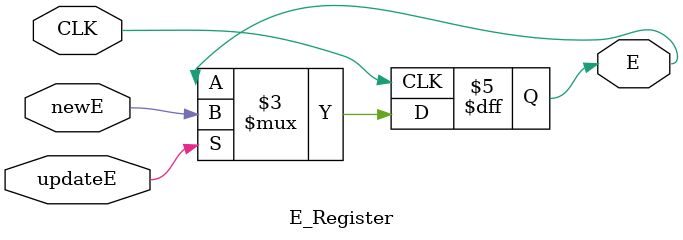
<source format=v>
module ALU
#(
    parameter A = 16
)
(
    input CLK,                  // Clock signal
    input [A-1:0] op1, op2,    // Operands
    input [A-9:0] op3,        // Operands
    input [3:0] ALUOP,             
    output reg [A-1:0] data,   
    output E                       
);
    // Internal signals
    reg updateE;                   
    reg newE;                     
    parameter
        AND = 4'b0000,
        ADD = 4'b0001,
        CLA = 4'b0010,
        CMA = 4'b0011,
        CIR = 4'b0100,
        CIL = 4'b0101,
        INC = 4'b0110,
        CLE = 4'b0111,
        CME = 4'b1000,
        SPA = 4'b1001,
        SNA = 4'b1010,
        SZA = 4'b1011,
        SZE = 4'b1100,
        LDA = 4'b1101,
        LDAI = 4'b1110;

    // Instantiate E_Register
    E_Register e_reg (
        .CLK(CLK),
        .updateE(updateE),
        .newE(newE),
        .E(E) // Output from the E_Register
    );

    // ALU logic
    always @(*) begin
        data = {A{1'bx}};
        updateE = 1'b0; 
        newE = 1'bx;    

        case (ALUOP)
            AND: begin
                data = op1 & op2;
            end
            ADD: begin
                {newE, data} = op1 + op2; 
                updateE = 1'b1;           
            end
            CLA: begin
                data = {A{1'b0}};
            end
            CMA: begin
                data = ~op1;
            end
            CIR: begin
                {data, newE} = {op1, E} >> 1; // Shift right with E
                updateE = 1'b1;               // Signal to update E
            end
            CIL: begin
                {newE, data} = {E, op1} << 1; // Shift left with E
                updateE = 1'b1;               // Signal to update E
            end
            INC: begin
                data = op1 + 1;
            end
            CLE: begin
                newE = 1'b0;                  // Clear E
                updateE = 1'b1;               // Signal to update E
            end
            CME: begin
                newE = ~E;                    // Complement E
                updateE = 1'b1;               // Signal to update E
            end
            SPA, SNA, SZA, SZE: begin
                // No changes to data or E here; handle based on control logic
                data = {A{1'b0}};
            end
            LDA: begin
                data = op2;
            end
            LDAI: begin
                data = {8'h00, op3};
            end
            default: begin
                data = {A{1'bx}};
            end
        endcase
    end
endmodule



module E_Register (
    input CLK,                 // Clock signal
    input updateE,             // Control signal to update E
    input newE,                // New value for E
    output reg E               // Current value of E
);
    always @(posedge CLK) begin
        if (updateE) begin
            E = newE;         // Update E on control signal
        end
    end
endmodule
</source>
